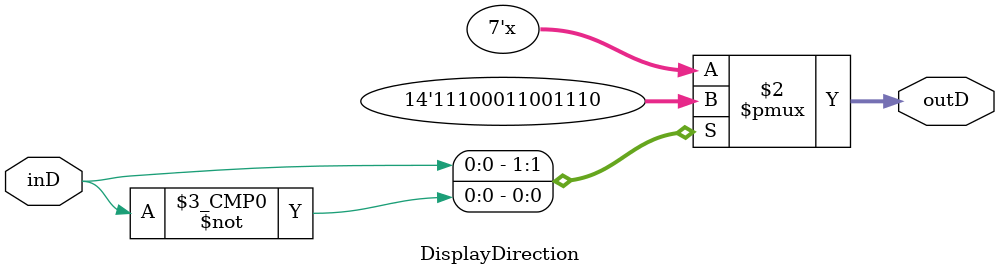
<source format=v>
module DisplayDirection(inD,outD);
input inD;
output reg [6:0]outD;

always @*
	begin
		case (inD)
		1:outD=7'b1110001;
		0:outD=7'b1001110;
		endcase
		
	end
endmodule

</source>
